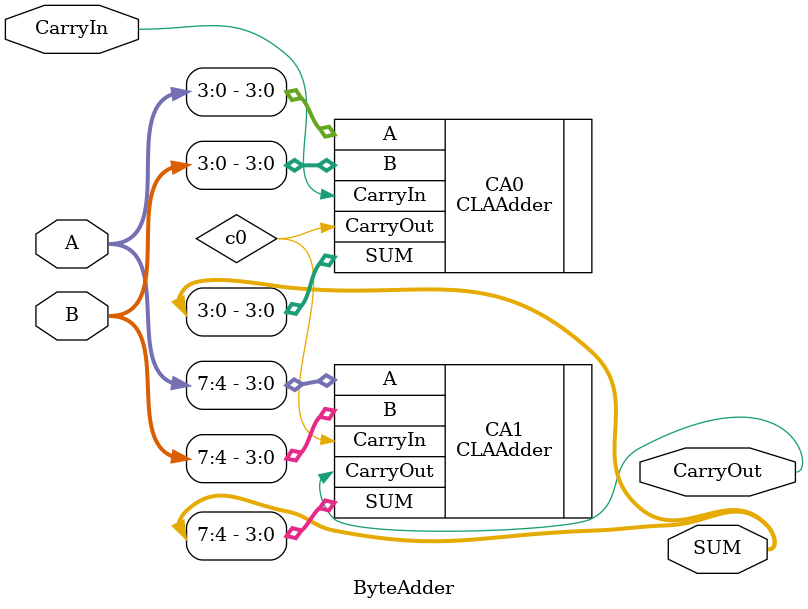
<source format=v>

`include "CLAAdder.v"

module ByteAdder(A,B,CarryIn,SUM,CarryOut);
	input [7:0] A,B;
	input CarryIn;
	output [7:0] SUM;
	output CarryOut;
	wire c0;
	
	CLAAdder CA0(.A(A[3:0]),.B(B[3:0]),.CarryIn(CarryIn),.SUM(SUM[3:0]),.CarryOut(c0));
	CLAAdder CA1(.A(A[7:4]),.B(B[7:4]),.CarryIn(c0),.SUM(SUM[7:4]),.CarryOut(CarryOut));
	
endmodule
</source>
